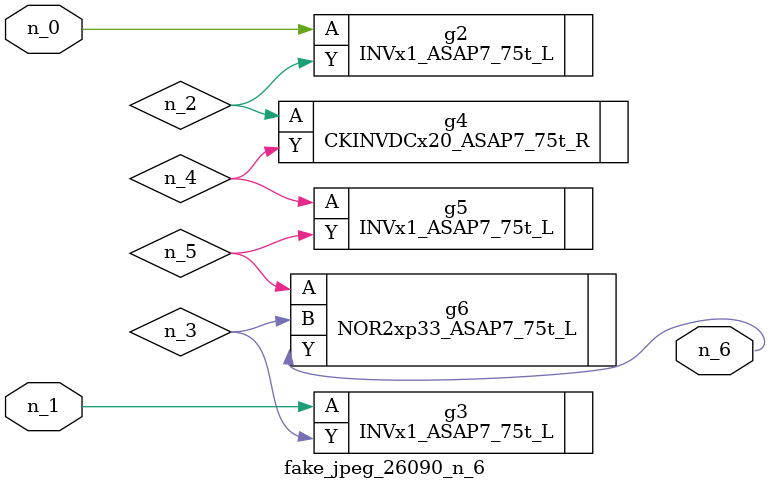
<source format=v>
module fake_jpeg_26090_n_6 (n_0, n_1, n_6);

input n_0;
input n_1;

output n_6;

wire n_2;
wire n_3;
wire n_4;
wire n_5;

INVx1_ASAP7_75t_L g2 ( 
.A(n_0),
.Y(n_2)
);

INVx1_ASAP7_75t_L g3 ( 
.A(n_1),
.Y(n_3)
);

CKINVDCx20_ASAP7_75t_R g4 ( 
.A(n_2),
.Y(n_4)
);

INVx1_ASAP7_75t_L g5 ( 
.A(n_4),
.Y(n_5)
);

NOR2xp33_ASAP7_75t_L g6 ( 
.A(n_5),
.B(n_3),
.Y(n_6)
);


endmodule
</source>
